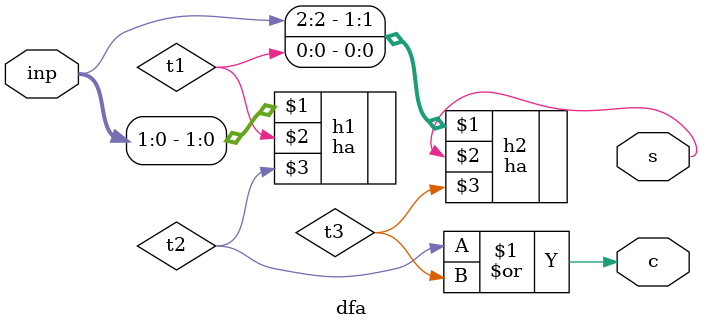
<source format=v>
`include "halfadder.v"
module dfa(inp, s,c);
input [2:0]inp;
output s,c;
wire t1, t2, t3;
ha h1(inp[1:0], t1, t2);
ha h2({inp[2], t1}, s,t3);
assign c = t2|t3;
endmodule
</source>
